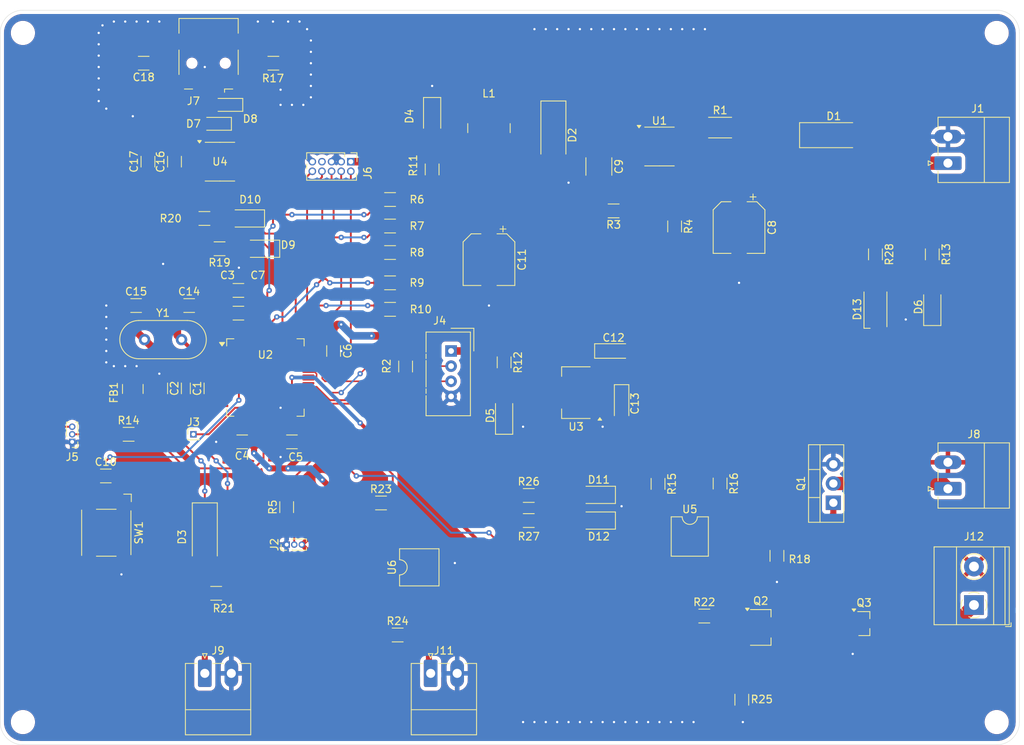
<source format=kicad_pcb>
(kicad_pcb (version 20241229) (generator "pcbnew") (generator_version "9.0")
  (layers (0 "F.Cu" signal) (2 "B.Cu" signal) (13 "F.Paste" user) (15 "B.Paste" user) (5 "F.SilkS" user "F.Silkscreen") (7 "B.SilkS" user "B.Silkscreen") (1 "F.Mask" user) (3 "B.Mask" user) (25 "Edge.Cuts" user))
  (net 0 "")
  (net 1 "+3.3V")
  (net 2 "GND")
  (net 3 "+5V")
  (net 4 "/OSC_IN")
  (net 5 "/OSC_OUT")
  (net 6 "+12V")
  (net 7 "Net-(D2-K)")
  (net 8 "Net-(D4-A)")
  (net 9 "Net-(D5-A)")
  (net 10 "Net-(D6-A)")
  (net 11 "USART2_TX_RX")
  (net 12 "USART3_RX")
  (net 13 "Net-(D9-A)")
  (net 14 "USART3_TX")
  (net 15 "Net-(D10-A)")
  (net 16 "Net-(J2-Pin_2)")
  (net 17 "TDO")
  (net 18 "RESET")
  (net 19 "TDI")
  (net 20 "TCLK")
  (net 21 "TMS")
  (net 22 "USART1_RX")
  (net 23 "USART1_TX")
  (net 24 "Net-(D1-A)")
  (net 25 "/BOOT0")
  (net 26 "LED_PB10")
  (net 27 "LED_PB11")
  (net 28 "/PC4_MY_BOOT")
  (net 29 "PB13")
  (net 30 "PB12")
  (net 32 "PWM_MOSFET")
  (net 33 "Net-(U2-VDDA)")
  (net 34 "Net-(U1-TC)")
  (net 35 "Net-(U2-NRST)")
  (net 36 "Net-(J7-Shield)")
  (net 37 "Net-(D3-K)")
  (net 38 "Net-(D7-A2)")
  (net 39 "Net-(D8-A2)")
  (net 40 "Net-(D11-A)")
  (net 41 "Net-(D12-A)")
  (net 42 "Net-(J3-Pin_1)")
  (net 43 "Net-(J5-Pin_2)")
  (net 47 "Net-(J8-Pin_1)")
  (net 48 "Net-(J11-Pin_1)")
  (net 49 "Net-(Q1-G)")
  (net 50 "Net-(Q2-B)")
  (net 51 "Net-(Q2-E)")
  (net 52 "Net-(U1-DC)")
  (net 53 "Net-(U1-Vfb)")
  (net 54 "Net-(R15-Pad2)")
  (net 55 "Net-(R16-Pad2)")
  (net 56 "Net-(R24-Pad2)")
  (net 85 "Net-(D13-A)")
  (net 86 "Net-(J12-Pin_2)")
  (footprint "Package_TO_SOT_SMD:SOT-23_Handsoldering" (layer "F.Cu") (at 214 122.5)
    (property "Reference" "Q3")
    (property "Value" "AO3400A")
  )
  (footprint "Capacitor_SMD:C_1206_3216Metric_Pad1.33x1.80mm_HandSolder" (layer "F.Cu") (at 118.9375 48.5 180)
    (property "Reference" "C18")
    (property "Value" "100n")
  )
  (footprint "LED_SMD:LED_1206_3216Metric" (layer "F.Cu") (at 132.6 69 180)
    (property "Reference" "D10")
    (property "Value" "LED_yellow" (hide yes))
  )
  (footprint "Resistor_SMD:R_1206_3216Metric_Pad1.30x1.75mm_HandSolder" (layer "F.Cu") (at 151.45 73.5 180)
    (property "Reference" "R8")
    (property "Value" "10k")
  )
  (footprint "LED_SMD:LED_1206_3216Metric" (layer "F.Cu") (at 178.9 105.5 180)
    (property "Reference" "D11")
    (property "Value" "LED_orange" (hide yes))
  )
  (footprint "LED_SMD:LED_1206_3216Metric_Pad1.42x1.75mm_HandSolder" (layer "F.Cu") (at 223 80.6775 90)
    (property "Reference" "D6")
    (property "Value" "LED_blue")
  )
  (footprint "Connector_Phoenix_MC:PhoenixContact_MC_1,5_2-G-3.5_1x02_P3.50mm_Horizontal" (layer "F.Cu") (at 127 129.0675)
    (property "Reference" "J9")
    (property "Value" "iButton" (hide yes))
  )
  (footprint "Crystal:Crystal_HC49-4H_Vertical" (layer "F.Cu") (at 119.05 85)
    (property "Reference" "Y1")
    (property "Value" "8M")
  )
  (footprint "Capacitor_Tantalum_SMD:CP_EIA-3216-12_Kemet-S_HandSolder" (layer "F.Cu") (at 182 93.44 -90)
    (property "Reference" "C13")
    (property "Value" "22u")
  )
  (footprint "MountingHole:MountingHole_2.7mm_M2.5_ISO14580" (layer "F.Cu") (at 231.5 44.5)
    (property "Reference" "H2" (hide yes))
    (property "Value" "MountingHole" (hide yes))
  )
  (footprint "Capacitor_SMD:C_1206_3216Metric_Pad1.33x1.80mm_HandSolder" (layer "F.Cu") (at 123 61.5 90)
    (property "Reference" "C16")
    (property "Value" "100n")
  )
  (footprint "MountingHole:MountingHole_2.7mm_M2.5_ISO14580" (layer "F.Cu") (at 231.5 135.5)
    (property "Reference" "H1" (hide yes))
    (property "Value" "MountingHole" (hide yes))
  )
  (footprint "Resistor_SMD:R_1206_3216Metric_Pad1.30x1.75mm_HandSolder" (layer "F.Cu") (at 128.5 118.5 180)
    (property "Reference" "R21")
    (property "Value" "10k")
  )
  (footprint "Connector_Phoenix_MC:PhoenixContact_MC_1,5_2-G-3.5_1x02_P3.50mm_Horizontal" (layer "F.Cu") (at 225.0675 104.695 90)
    (property "Reference" "J8")
    (property "Value" "Magnet" (hide yes))
  )
  (footprint "Diode_SMD:D_SMA_Handsoldering" (layer "F.Cu") (at 173 58 -90)
    (property "Reference" "D2")
    (property "Value" "B340LA-13-F")
  )
  (footprint "Resistor_SMD:R_1206_3216Metric_Pad1.30x1.75mm_HandSolder" (layer "F.Cu") (at 153.5 88.55 -90)
    (property "Reference" "R2")
    (property "Value" "10k")
  )
  (footprint "LED_SMD:LED_1206_3216Metric" (layer "F.Cu") (at 178.9 108.89 180)
    (property "Reference" "D12")
    (property "Value" "LED_yellow" (hide yes))
  )
  (footprint "LED_SMD:LED_1206_3216Metric_Pad1.42x1.75mm_HandSolder" (layer "F.Cu") (at 166.5 95.0375 90)
    (property "Reference" "D5")
    (property "Value" "LED_green")
  )
  (footprint "Resistor_SMD:R_1206_3216Metric_Pad1.30x1.75mm_HandSolder" (layer "F.Cu") (at 150.255 106.5675)
    (property "Reference" "R23")
    (property "Value" "1.2k")
  )
  (footprint "Capacitor_SMD:C_1206_3216Metric_Pad1.33x1.80mm_HandSolder" (layer "F.Cu") (at 123 91.4375 90)
    (property "Reference" "C2")
    (property "Value" "1u")
  )
  (footprint "Connector_Phoenix_MC:PhoenixContact_MC_1,5_2-G-3.5_1x02_P3.50mm_Horizontal" (layer "F.Cu") (at 156.805 129.0675)
    (property "Reference" "J11")
    (property "Value" "Button" (hide yes))
  )
  (footprint "Capacitor_SMD:C_1206_3216Metric_Pad1.33x1.80mm_HandSolder" (layer "F.Cu") (at 117.9375 80.5)
    (property "Reference" "C15")
    (property "Value" "15p")
  )
  (footprint "Capacitor_SMD:C_1206_3216Metric_Pad1.33x1.80mm_HandSolder" (layer "F.Cu") (at 138.5 98.5 180)
    (property "Reference" "C5")
    (property "Value" "100n")
  )
  (footprint "Capacitor_Tantalum_SMD:CP_EIA-3216-12_Kemet-S_HandSolder" (layer "F.Cu") (at 180.94 86.5)
    (property "Reference" "C12")
    (property "Value" "10u")
  )
  (footprint "Diode_SMD:D_SOD-323_HandSoldering" (layer "F.Cu") (at 130 54 180)
    (property "Reference" "D8")
    (property "Value" "CDSOD323-T03C" (hide yes))
  )
  (footprint "Package_DIP:SMDIP-4_W7.62mm" (layer "F.Cu") (at 191 111)
    (property "Reference" "U5")
    (property "Value" "PC817")
  )
  (footprint "Resistor_SMD:R_1206_3216Metric_Pad1.30x1.75mm_HandSolder" (layer "F.Cu") (at 180.95 68 180)
    (property "Reference" "R3")
    (property "Value" "4.920k")
  )
  (footprint "Resistor_SMD:R_1206_3216Metric_Pad1.30x1.75mm_HandSolder" (layer "F.Cu") (at 169.75 108.89)
    (property "Reference" "R27")
    (property "Value" "70" (hide yes))
  )
  (footprint "Resistor_SMD:R_1206_3216Metric_Pad1.30x1.75mm_HandSolder" (layer "F.Cu") (at 116.95 97.5)
    (property "Reference" "R14")
    (property "Value" "10k")
  )
  (footprint "Inductor_SMD:L_TracoPower_TCK-047_5.2x5.8mm" (layer "F.Cu") (at 164.5 57.07 -90)
    (property "Reference" "L1")
    (property "Value" "3.85u CDSP43-4R7M")
  )
  (footprint "Capacitor_SMD:C_1812_4532Metric_Pad1.57x3.40mm_HandSolder" (layer "F.Cu") (at 179 62.1375 -90)
    (property "Reference" "C9")
    (property "Value" "40n")
  )
  (footprint "LED_SMD:LED_Everlight-SMD3528_3.5x2.8mm_67-21ST" (layer "F.Cu") (at 215.5 81 90)
    (property "Reference" "D13")
    (property "Value" "EXPERIMENT")
  )
  (footprint "TerminalBlock_Phoenix:TerminalBlock_Phoenix_MKDS-1,5-2-5.08_1x02_P5.08mm_Horizontal" (layer "F.Cu") (at 228.5 120.045 90)
    (property "Reference" "J12")
    (property "Value" "Load")
  )
  (footprint "Resistor_SMD:R_1206_3216Metric_Pad1.30x1.75mm_HandSolder" (layer "F.Cu") (at 152.45 124)
    (property "Reference" "R24")
    (property "Value" "100")
  )
  (footprint "MountingHole:MountingHole_2.7mm_M2.5_ISO14580" (layer "F.Cu") (at 103 135.5)
    (property "Reference" "H4" (hide yes))
    (property "Value" "MountingHole" (hide yes))
  )
  (footprint "Resistor_SMD:R_1206_3216Metric_Pad1.30x1.75mm_HandSolder" (layer "F.Cu") (at 157 62.525 90)
    (property "Reference" "R11")
    (property "Value" "70")
  )
  (footprint "Capacitor_SMD:C_1206_3216Metric_Pad1.33x1.80mm_HandSolder" (layer "F.Cu") (at 113.9375 103)
    (property "Reference" "C10")
    (property "Value" "100n")
  )
  (footprint "Connector_Phoenix_MC:PhoenixContact_MC_1,5_2-G-3.5_1x02_P3.50mm_Horizontal" (layer "F.Cu") (at 225.0675 61.695 90)
    (property "Reference" "J1")
    (property "Value" "12Vin")
  )
  (footprint "Capacitor_SMD:C_1206_3216Metric_Pad1.33x1.80mm_HandSolder" (layer "F.Cu") (at 126 91.4375 90)
    (property "Reference" "C1")
    (property "Value" "10n")
  )
  (footprint "Resistor_SMD:R_1206_3216Metric_Pad1.30x1.75mm_HandSolder" (layer "F.Cu") (at 128.95 73 180)
    (property "Reference" "R19")
    (property "Value" "1k" (hide yes))
  )
  (footprint "Button_Switch_SMD:SW_SPST_Omron_B3FS-100xP" (layer "F.Cu") (at 114 110.5 -90)
    (property "Reference" "SW1")
    (property "Value" "RESET")
  )
  (footprint "Resistor_SMD:R_1206_3216Metric_Pad1.30x1.75mm_HandSolder" (layer "F.Cu") (at 166.5 88 -90)
    (property "Reference" "R12")
    (property "Value" "160")
  )
  (footprint "Capacitor_SMD:C_1206_3216Metric_Pad1.33x1.80mm_HandSolder" (layer "F.Cu") (at 131.9375 98.5 180)
    (property "Reference" "C4")
    (property "Value" "100n")
  )
  (footprint "Connector_USB:USB_Mini-B_Lumberg_2486_01_Horizontal" (layer "F.Cu") (at 127.5 48.5 180)
    (property "Reference" "J7")
    (property "Value" "USB_B_MINI")
  )
  (footprint "Capacitor_SMD:CP_Elec_6.3x5.4" (layer "F.Cu") (at 164.5 74.44 -90)
    (property "Reference" "C11")
    (property "Value" "33u")
  )
  (footprint "Resistor_SMD:R_1206_3216Metric_Pad1.30x1.75mm_HandSolder" (layer "F.Cu") (at 151.45 66.5 180)
    (property "Reference" "R6")
    (property "Value" "10k")
  )
  (footprint "Resistor_SMD:R_1206_3216Metric_Pad1.30x1.75mm_HandSolder" (layer "F.Cu") (at 215.5 73.74 -90)
    (property "Reference" "R28")
    (property "Value" "170")
  )
  (footprint "Resistor_SMD:R_1206_3216Metric_Pad1.30x1.75mm_HandSolder" (layer "F.Cu") (at 192.9125 121.5)
    (property "Reference" "R22")
    (property "Value" "16k")
  )
  (footprint "Capacitor_SMD:C_1206_3216Metric_Pad1.33x1.80mm_HandSolder" (layer "F.Cu") (at 144 86.5 -90)
    (property "Reference" "C6")
    (property "Value" "100n" (hide yes))
  )
  (footprint "Resistor_SMD:R_1206_3216Metric_Pad1.30x1.75mm_HandSolder" (layer "F.Cu") (at 169.75 105.58)
    (property "Reference" "R26")
    (property "Value" "80" (hide yes))
  )
  (footprint "Resistor_SMD:R_1206_3216Metric_Pad1.30x1.75mm_HandSolder" (layer "F.Cu") (at 151.45 81 180)
    (property "Reference" "R10")
    (property "Value" "10k")
  )
  (footprint "Diode_SMD:D_SOD-323_HandSoldering" (layer "F.Cu") (at 128.5 56.5 180)
    (property "Reference" "D7")
    (property "Value" "CDSOD323-T03C" (hide yes))
  )
  (footprint "Capacitor_SMD:C_1206_3216Metric_Pad1.33x1.80mm_HandSolder" (layer "F.Cu") (at 124.9375 80.5)
    (property "Reference" "C14")
    (property "Value" "15p")
  )
  (footprint "LED_SMD:LED_1206_3216Metric" (layer "F.Cu") (at 134.6 73 180)
    (property "Reference" "D9")
    (property "Value" "LED_orange" (hide yes))
  )
  (footprint "Resistor_SMD:R_1206_3216Metric_Pad1.30x1.75mm_HandSolder" (layer "F.Cu") (at 136.05 48.5 180)
    (property "Reference" "R17")
    (property "Value" "1M")
  )
  (footprint "Package_TO_SOT_SMD:SOT-89-3_Handsoldering" (layer "F.Cu") (at 200.3625 123)
    (property "Reference" "Q2")
    (property "Value" "BCX56")
  )
  (footprint "Resistor_SMD:R_1206_3216Metric_Pad1.30x1.75mm_HandSolder" (layer "F.Cu") (at 195 104 -90)
    (property "Reference" "R16")
    (property "Value" "1.2k")
  )
  (footprint "Package_TO_SOT_THT:TO-220-3_Vertical" (layer "F.Cu") (at 209.945 106.54 90)
    (property "Reference" "Q1")
    (property "Value" "IRF740")
  )
  (footprint "Resistor_SMD:R_1206_3216Metric_Pad1.30x1.75mm_HandSolder" (layer "F.Cu") (at 197.8625 132.55 -90)
    (property "Reference" "R25")
    (property "Value" "100k")
  )
  (footprint "Capacitor_SMD:C_1206_3216Metric_Pad1.33x1.80mm_HandSolder" (layer "F.Cu") (at 131.4375 81.5)
    (property "Reference" "C7")
    (property "Value" "100n")
  )
  (footprint "Package_SO:SO-8_3.9x4.9mm_P1.27mm" (layer "F.Cu") (at 187 59.5)
    (property "Reference" "U1")
    (property "Value" "MC33063AD")
  )
  (footprint "Resistor_SMD:R_2010_5025Metric_Pad1.40x2.65mm_HandSolder" (layer "F.Cu") (at 195 57)
    (property "Reference" "R1")
    (property "Value" "0.15")
  )
  (footprint "Inductor_SMD:L_1210_3225Metric_Pad1.42x2.65mm_HandSolder" (layer "F.Cu") (at 117.5 91.5125 90)
    (property "Reference" "FB1")
    (property "Value" "BMH3225HM202NT" (hide yes))
  )
  (footprint "Resistor_SMD:R_1206_3216Metric_Pad1.30x1.75mm_HandSolder" (layer "F.Cu") (at 151.45 77.5 180)
    (property "Reference" "R9")
    (property "Value" "10k")
  )
  (footprint "MountingHole:MountingHole_2.7mm_M2.5_ISO14580" (layer "F.Cu") (at 103 44.5)
    (property "Reference" "H3" (hide yes))
    (property "Value" "MountingHole" (hide yes))
  )
  (footprint "Connector:NS-Tech_Grove_1x04_P2mm_Vertical" (layer "F.Cu") (at 159.5 86.5)
    (property "Reference" "J4")
    (property "Value" "BOOTLOADER_UART" (hide yes))
  )
  (footprint "Connector_PinHeader_1.00mm:PinHeader_1x03_P1.00mm_Vertical" (layer "F.Cu") (at 109.5 98.5 180)
    (property "Reference" "J5")
    (property "Value" "MY_BOOT_JUMP" (hide yes))
  )
  (footprint "Resistor_SMD:R_1206_3216Metric_Pad1.30x1.75mm_HandSolder" (layer "F.Cu") (at 202.5 113.55 -90)
    (property "Reference" "R18")
    (property "Value" "100k")
  )
  (footprint "Diode_SMD:D_SMA_Handsoldering" (layer "F.Cu") (at 210 58)
    (property "Reference" "D1")
    (property "Value" "SS510")
  )
  (footprint "Diode_SMD:D_SMA_Handsoldering" (layer "F.Cu") (at 127 111.0675 -90)
    (property "Reference" "D3")
    (property "Value" "B340LA-13-F" (hide yes))
  )
  (footprint "Resistor_SMD:R_1206_3216Metric_Pad1.30x1.75mm_HandSolder" (layer "F.Cu") (at 126.95 69 180)
    (property "Reference" "R20")
    (property "Value" "1k" (hide yes))
  )
  (footprint "LED_SMD:LED_1206_3216Metric_Pad1.42x1.75mm_HandSolder" (layer "F.Cu") (at 157 55.4875 -90)
    (property "Reference" "D4")
    (property "Value" "LED_red")
  )
  (footprint "Package_QFP:LQFP-64_10x10mm_P0.5mm" (layer "F.Cu") (at 135 90)
    (property "Reference" "U2")
    (property "Value" "STM32F103RETx")
  )
  (footprint "Capacitor_SMD:C_1206_3216Metric_Pad1.33x1.80mm_HandSolder" (layer "F.Cu") (at 119.5 61.5 90)
    (property "Reference" "C17")
    (property "Value" "100n")
  )
  (footprint "Capacitor_SMD:C_1206_3216Metric_Pad1.33x1.80mm_HandSolder" (layer "F.Cu") (at 131.4375 78.5)
    (property "Reference" "C3")
    (property "Value" "4.7u")
  )
  (footprint "Package_DIP:SMDIP-4_W7.62mm" (layer "F.Cu") (at 155.305 115.0675 90)
    (property "Reference" "U6")
    (property "Value" "PC817")
  )
  (footprint "Connector_PinHeader_1.27mm:PinHeader_2x05_P1.27mm_Vertical" (layer "F.Cu") (at 146.27 61.5 -90)
    (property "Reference" "J6")
    (property "Value" "ARM_JTAG" (hide yes))
  )
  (footprint "Resistor_SMD:R_1206_3216Metric_Pad1.30x1.75mm_HandSolder" (layer "F.Cu") (at 151.45 70 180)
    (property "Reference" "R7")
    (property "Value" "10k")
  )
  (footprint "Package_TO_SOT_SMD:SOT-223-3_TabPin2" (layer "F.Cu") (at 176 92 180)
    (property "Reference" "U3")
    (property "Value" "AMS1117-3.3" (hide yes))
  )
  (footprint "Resistor_SMD:R_1206_3216Metric_Pad1.30x1.75mm_HandSolder" (layer "F.Cu") (at 223 73.74 -90)
    (property "Reference" "R13")
    (property "Value" "170")
  )
  (footprint "Connector_PinHeader_1.00mm:PinHeader_1x03_P1.00mm_Vertical" (layer "F.Cu") (at 137.805 112.0675 90)
    (property "Reference" "J2")
    (property "Value" "SYSTEM_BOOT_JUMP" (hide yes))
  )
  (footprint "Resistor_SMD:R_1206_3216Metric_Pad1.30x1.75mm_HandSolder" (layer "F.Cu") (at 189 70.05 -90)
    (property "Reference" "R4")
    (property "Value" "3k")
  )
  (footprint "Resistor_SMD:R_1206_3216Metric_Pad1.30x1.75mm_HandSolder" (layer "F.Cu") (at 186.81 104.05 -90)
    (property "Reference" "R15")
    (property "Value" "600")
  )
  (footprint "Capacitor_SMD:CP_Elec_6.3x5.4" (layer "F.Cu") (at 197.5 70.2 -90)
    (property "Reference" "C8")
    (property "Value" "100u")
  )
  (footprint "Package_SO:SOP-8_3.9x4.9mm_P1.27mm" (layer "F.Cu") (at 129 61.5)
    (property "Reference" "U4")
    (property "Value" "CH340N" (hide yes))
  )
  (footprint "Connector_PinHeader_1.00mm:PinHeader_1x01_P1.00mm_Vertical" (layer "F.Cu") (at 125.5 97.5)
    (property "Reference" "J3")
    (property "Value" "ADC_PIN")
  )
  (footprint "Resistor_SMD:R_1206_3216Metric_Pad1.30x1.75mm_HandSolder" (layer "F.Cu") (at 137.805 107.1175 90)
    (property "Reference" "R5")
    (property "Value" "10k")
  )
  (gr_arc (start 231.5 41.5) (mid 233.62132 42.37868) (end 234.5 44.5) (stroke (width 0.05)) (layer "Edge.Cuts"))
  (gr_line (start 100 44.5) (end 100 135.5) (stroke (width 0.05)) (layer "Edge.Cuts"))
  (gr_line (start 231.5 138.5) (end 103 138.5) (stroke (width 0.05)) (layer "Edge.Cuts"))
  (gr_line (start 234.5 135.5) (end 234.5 44.5) (stroke (width 0.05)) (layer "Edge.Cuts"))
  (gr_arc (start 103 138.5) (mid 100.87868 137.62132) (end 100 135.5) (stroke (width 0.05)) (layer "Edge.Cuts"))
  (gr_line (start 231.5 41.5) (end 103 41.5) (stroke (width 0.05)) (layer "Edge.Cuts"))
  (gr_arc (start 234.5 135.5) (mid 233.62132 137.62132) (end 231.5 138.5) (stroke (width 0.05)) (layer "Edge.Cuts"))
  (gr_arc (start 100 44.5) (mid 100.87868 42.37868) (end 103 41.5) (stroke (width 0.05)) (layer "Edge.Cuts"))
  (segment (start 133.5 98.5) (end 133.5 100) (width 0.8) (layer "F.Cu") (net 1))
  (segment (start 125.4 71) (end 127.4 73) (width 1) (layer "F.Cu") (net 1))
  (segment (start 144.5 105.5) (end 145 105.5) (width 0.8) (layer "F.Cu") (net 1))
  (segment (start 130.03 65) (end 131.625 63.405) (width 0.5) (layer "F.Cu") (net 1))
  (segment (start 125.5 65) (end 130.03 65) (width 0.5) (layer "F.Cu") (net 1))
  (segment (start 127.4 73) (end 127.4 76.025) (width 1) (layer "F.Cu") (net 1))
  (segment (start 125.4 69) (end 125.4 71) (width 1) (layer "F.Cu") (net 1))
  (segment (start 105 98) (end 105 97) (width 1) (layer "F.Cu") (net 1))
  (segment (start 145 83) (end 144.5 83) (width 1) (layer "F.Cu") (net 1))
  (segment (start 132.25 95.675) (end 132.25 97.25) (width 0.25) (layer "F.Cu") (net 1))
  (segment (start 123.5625 63.0625) (end 125.5 65) (width 0.8) (layer "F.Cu") (net 1))
  (segment (start 129.325 86.25) (end 128.5 85.425) (width 0.25) (layer "F.Cu") (net 1))
  (segment (start 135.5 102) (end 138 102) (width 0.8) (layer "F.Cu") (net 1))
  (segment (start 105 97) (end 105 93) (width 1) (layer "F.Cu") (net 1))
  (segment (start 142 125) (end 142 126) (width 1) (layer "F.Cu") (net 1))
  (segment (start 130.05 118.5) (end 141 118.5) (width 1) (layer "F.Cu") (net 1))
  (segment (start 126 134) (end 105 113) (width 1) (layer "F.Cu") (net 1))
  (segment (start 125.5 68.9) (end 125.4 69) (width 1) (layer "F.Cu") (net 1))
  (segment (start 129.875 81.875) (end 129.875 81.5) (width 0.25) (layer "F.Cu") (net 1))
  (segment (start 140.0625 98.5) (end 140.0625 99.9375) (width 0.8) (layer "F.Cu") (net 1))
  (segment (start 142 126) (end 134 134) (width 1) (layer "F.Cu") (net 1))
  (segment (start 141.25 86.25) (end 142.5625 84.9375) (width 0.25) (layer "F.Cu") (net 1))
  (segment (start 153.5 84.5) (end 154.5 83.5) (width 1) (layer "F.Cu") (net 1))
  (segment (start 105 74) (end 115.9375 63.0625) (width 1) (layer "F.Cu") (net 1))
  (segment (start 123 63.0625) (end 123.5625 63.0625) (width 0.8) (layer "F.Cu") (net 1))
  (segment (start 134 134) (end 126 134) (width 1) (layer "F.Cu") (net 1))
  (segment (start 142.5 103.5) (end 144.5 105.5) (width 0.8) (layer "F.Cu") (net 1))
  (segment (start 140.0625 99.9375) (end 138 102) (width 0.8) (layer "F.Cu") (net 1))
  (segment (start 140 99) (end 140 98) (width 0.25) (layer "F.Cu") (net 1))
  (segment (start 127.4 76.025) (end 129.875 78.5) (width 1) (layer "F.Cu") (net 1))
  (segment (start 140 98) (end 138.75 96.75) (width 0.25) (layer "F.Cu") (net 1))
  (segment (start 132.25 97.25) (end 133.5 98.5) (width 0.25) (layer "F.Cu") (net 1))
  (segment (start 144 83.5) (end 144 84.9375) (width 1) (layer "F.Cu") (net 1))
  (segment (start 129.875 78.5) (end 129.875 81.5) (width 0.8) (layer "F.Cu") (net 1))
  (segment (start 105.5 96.5) (end 109.5 96.5) (width 0.25) (layer "F.Cu") (net 1))
  (segment (start 144.5 83) (end 144 83.5) (width 1) (layer "F.Cu") (net 1))
  (segment (start 108 90) (end 111 90) (width 1) (layer "F.Cu") (net 1))
  (segment (start 105 97) (end 105.5 96.5) (width 0.25) (layer "F.Cu") (net 1))
  (segment (start 140.675 86.25) (end 141.25 86.25) (width 0.25) (layer "F.Cu") (net 1))
  (segment (start 131.25 83.25) (end 129.875 81.875) (width 0.25) (layer "F.Cu") (net 1))
  (segment (start 131.25 84.325) (end 131.25 83.25) (width 0.25) (layer "F.Cu") (net 1))
  (segment (start 149 84.5) (end 153.5 84.5) (width 1) (layer "F.Cu") (net 1))
  (segment (start 179.15 92) (end 182 92) (width 1.760194) (layer "F.Cu") (net 1))
  (segment (start 111 90) (end 111.025 90.025) (width 1) (layer "F.Cu") (net 1))
  (segment (start 119.5 63.0625) (end 123 63.0625) (width 1) (layer "F.Cu") (net 1))
  (segment (start 142.5625 84.9375) (end 144 84.9375) (width 0.25) (layer "F.Cu") (net 1))
  (segment (start 146.27 61.5) (end 152.5 61.5) (width 1) (layer "F.Cu") (net 1))
  (segment (start 143.5625 84.9375) (end 144 84.9375) (width 0.2) (layer "F.Cu") (net 1))
  (segment (start 125.5 65) (end 125.5 68.9) (width 1) (layer "F.Cu") (net 1))
  (segment (start 128.5 82.875) (end 129.875 81.5) (width 0.25) (layer "F.Cu") (net 1))
  (segment (start 105 113) (end 105 98) (width 1) (layer "F.Cu") (net 1))
  (segment (start 105 93) (end 105 74) (width 1) (layer "F.Cu") (net 1))
  (segment (start 111.025 90.025) (end 117.5 90.025) (width 1) (layer "F.Cu") (net 1))
  (segment (start 115.9375 63.0625) (end 119.5 63.0625) (width 1) (layer "F.Cu") (net 1))
  (segment (start 128.5 85.425) (end 128.5 82.875) (width 0.25) (layer "F.Cu") (net 1))
  (segment (start 138.75 96.75) (end 138.75 95.675) (width 0.25) (layer "F.Cu") (net 1))
  (segment (start 105 93) (end 108 90) (width 1) (layer "F.Cu") (net 1))
  (via (at 145 83) (size 0.7) (drill 0.3) (layers "F.Cu" "B.Cu") (net 1))
  (via (at 142.5 103.5) (size 0.7) (drill 0.3) (layers "F.Cu" "B.Cu") (net 1))
  (via (at 138 102) (size 0.7) (drill 0.3) (layers "F.Cu" "B.Cu") (net 1))
  (via (at 135.5 102) (size 0.7) (drill 0.3) (layers "F.Cu" "B.Cu") (net 1))
  (via (at 133.5 100) (size 0.7) (drill 0.3) (layers "F.Cu" "B.Cu") (net 1))
  (via (at 149 84.5) (size 0.7) (drill 0.3) (layers "F.Cu" "B.Cu") (net 1))
  (segment (start 133.5 100) (end 135.5 102) (width 0.8) (layer "B.Cu") (net 1))
  (segment (start 149 84.5) (end 146.5 84.5) (width 1) (layer "B.Cu") (net 1))
  (segment (start 146.5 84.5) (end 145 83) (width 1) (layer "B.Cu") (net 1))
  (segment (start 141 102) (end 142.5 103.5) (width 0.8) (layer "B.Cu") (net 1))
  (segment (start 138 102) (end 141 102) (width 0.8) (layer "B.Cu") (net 1))
  (segment (start 157 54) (end 157 51.5) (width 0.8) (layer "F.Cu") (net 2))
  (segment (start 125.9 51.2) (end 125.9 50.1) (width 0.25) (layer "F.Cu") (net 2))
  (segment (start 222.825 82.34) (end 223 82.165) (width 0.8) (layer "F.Cu") (net 2))
  (segment (start 123 89.875) (end 126 89.875) (width 0.8) (layer "F.Cu") (net 2))
  (segment (start 131.25 54) (end 135 54) (width 0.5) (layer "F.Cu") (net 2))
  (segment (start 182.38 86.5) (end 184 86.5) (width 0.8) (layer "F.Cu") (net 2))
  (segment (start 116 49) (end 116.5 48.5) (width 0.5) (layer "F.Cu") (net 2))
  (segment (start 116.25 103.75) (end 115.5 103) (width 0.8) (layer "F.Cu") (net 2))
  (segment (start 144 88.5625) (end 142.1875 86.75) (width 0.25) (layer "F.Cu") (net 2))
  (segment (start 126.5 78) (end 123.5 75) (width 0.5) (layer "F.Cu") (net 2))
  (segment (start 187 89.5) (end 187 94.5) (width 0.8) (layer "F.Cu") (net 2))
  (segment (start 130.03 58) (end 130 58) (width 0.5) (layer "F.Cu") (net 2))
  (segment (start 130 58) (end 130 56.75) (width 0.5) (layer "F.Cu") (net 2))
  (segment (start 126.5 80.5) (end 126.5 78) (width 0.5) (layer "F.Cu") (net 2))
  (segment (start 131.75 96.75) (end 130.375 98.125) (width 0.25) (layer "F.Cu") (net 2))
  (segment (start 173 62.5) (end 173 60.5) (width 0.8) (layer "F.Cu") (net 2))
  (segment (start 116.25 114.5) (end 116.25 115.75) (width 0.8) (layer "F.Cu") (net 2))
  (segment (start 138.25 94.900001) (end 137.349999 94) (width 0.25) (layer "F.Cu") (net 2))
  (segment (start 123 59.9375) (end 123 59.5) (width 0.5) (layer "F.Cu") (net 2))
  (segment (start 137.349999 94) (end 137 94) (width 0.25) (layer "F.Cu") (net 2))
  (segment (start 116 54) (end 116 49) (width 0.5) (layer "F.Cu") (net 2))
  (segment (start 164.5 80.5) (end 164.5 77.24) (width 0.8) (layer "F.Cu") (net 2))
  (segment (start 116.5 48.5) (end 117.375 48.5) (width 0.5) (layer "F.Cu") (net 2))
  (segment (start 129.75 56.5) (end 130 56.5) (width 0.5) (layer "F.Cu") (net 2))
  (segment (start 181.42 94.3) (end 182 94.88) (width 1.760194) (layer "F.Cu") (net 2))
  (segment (start 126.605822 89.875) (end 126 89.875) (width 0.25) (layer "F.Cu") (net 2))
  (segment (start 175 64.275) (end 174.775 64.275) (width 0.8) (layer "F.Cu") (net 2))
  (segment (start 179.15 94.3) (end 181.42 94.3) (width 1.760194) (layer "F.Cu") (net 2))
  (segment (start 120.5 75) (end 121.5 75) (width 0.5) (layer "F.Cu") (net 2))
  (segment (start 125.1975 62.135) (end 123 59.9375) (width 0.8) (layer "F.Cu") (net 2))
  (segment (start 133 77) (end 131.5 75.5) (width 0.8) (layer "F.Cu") (net 2))
  (segment (start 121 89.5) (end 122.625 89.5) (width 0.8) (layer "F.Cu") (net 2))
  (segment (start 179 64.275) (end 175 64.275) (width 0.8) (layer "F.Cu") (net 2))
  (segment (start 131.625 59.595) (end 130.03 58) (width 0.5) (layer "F.Cu") (net 2))
  (segment (start 137 98.5625) (end 136.9375 98.5) (width 0.8) (layer "F.Cu") (net 2))
  (segment (start 181.61 108.89) (end 182 108.5) (width 0.8) (layer "F.Cu") (net 2))
  (segment (start 116.25 115.75) (end 116 116) (width 0.8) (layer "F.Cu") (net 2))
  (segment (start 180.3 105.5) (end 181.5 105.5) (width 0.8) (layer "F.Cu") (net 2))
  (segment (start 123 59.9375) (end 119.5 59.9375) (width 0.8) (layer "F.Cu") (net 2))
  (segment (start 130 56.75) (end 129.75 56.5) (width 0.5) (layer "F.Cu") (net 2))
  (segment (start 196.1 71.6) (end 197.5 73) (width 0.8) (layer "F.Cu") (net 2))
  (segment (start 181.5 105.5) (end 182 106) (width 0.8) (layer "F.Cu") (net 2))
  (segment (start 179 64.275) (end 181.555 64.275) (width 0.8) (layer "F.Cu") (net 2))
  (segment (start 123.5 75) (end 121.5 75) (width 0.5) (layer "F.Cu") (net 2))
  (segment (start 182 106) (end 182 107) (width 0.8) (layer "F.Cu") (net 2))
  (segment (start 182 96) (end 182 94.88) (width 0.8) (layer "F.Cu") (net 2))
  (segment (start 132.230822 83) (end 132.5 83) (width 0.25) (layer "F.Cu") (net 2))
  (segment (start 123 59.5) (end 119 55.5) (width 0.5) (layer "F.Cu") (net 2))
  (segment (start 130 56.5) (end 131.25 55.25) (width 0.5) (layer "F.Cu") (net 2))
  (segment (start 138.25 96.75) (end 138.25 95.675) (width 0.25) (layer "F.Cu") (net 2))
  (segment (start 182 108.5) (end 182 107) (width 0.8) (layer "F.Cu") (net 2))
  (segment (start 189 71.6) (end 196.1 71.6) (width 0.8) (layer "F.Cu") (net 2))
  (segment (start 136.9375 100.4375) (end 137 100.5) (width 0.5) (layer "F.Cu") (net 2))
  (segment (start 116.25 106.5) (end 116.25 103.75) (width 0.8) (layer "F.Cu") (net 2))
  (segment (start 138 48.9) (end 137.6 48.5) (width 0.5) (layer "F.Cu") (net 2))
  (segment (start 133 78.5) (end 133 77) (width 0.8) (layer "F.Cu") (net 2))
  (segment (start 133 82.5) (end 133 81.5) (width 0.25) (layer "F.Cu") (net 2))
  (segment (start 133 78.5) (end 133 81.5) (width 0.8) (layer "F.Cu") (net 2))
  (segment (start 128.480822 91.75) (end 126.605822 89.875) (width 0.25) (layer "F.Cu") (net 2))
  (segment (start 131.75 84.325) (end 131.75 83.480822) (width 0.25) (layer "F.Cu") (net 2))
  (segment (start 130.375 98.125) (end 130.375 98.5) (width 0.25) (layer "F.Cu") (net 2))
  (segment (start 174.775 64.275) (end 173 62.5) (width 0.8) (layer "F.Cu") (net 2))
  (segment (start 197.8625 135.3625) (end 198 135.5) (width 1) (layer "F.Cu") (net 2))
  (segment (start 136.75 94.25) (end 137 94) (width 0.25) (layer "F.Cu") (net 2))
  (segment (start 158.5 114.5) (end 160 114.5) (width 1) (layer "F.Cu") (net 2))
  (segment (start 136.875 98.125) (end 138.25 96.75) (width 0.25) (layer "F.Cu") (net 2))
  (segment (start 126.375 62.135) (end 125.1975 62.135) (width 0.8) (layer "F.Cu") (net 2))
  (segment (start 166.5 96.525) (end 168.975 96.525) (width 0.8) (layer "F.Cu") (net 2))
  (segment (start 138 51) (end 138 48.9) (width 0.5) (layer "F.Cu") (net 2))
  (segment (start 119.5 76) (end 120.5 75) (width 0.5) (layer "F.Cu") (net 2))
  (segment (start 180.3 108.89) (end 181.61 108.89) (width 0.8) (layer "F.Cu") (net 2))
  (segment (start 138.25 95.675) (end 138.25 94.900001) (width 0.25) (layer "F.Cu") (net 2))
  (segment (start 135 54) (end 137 52) (width 0.5) (layer "F.Cu") (net 2))
  (segment (start 144 87.5) (end 145 86.5) (width 0.8) (layer "F.Cu") (net 2))
  (segment (start 181.555 64.275) (end 184.425 61.405) (width 0.8) (layer "F.Cu") (net 2))
  (segment (start 197.8625 134.1) (end 197.8625 135.3625) (width 1) (layer "F.Cu") (net 2))
  (segment (start 131.75 83.480822) (end 132.230822 83) (width 0.25) (layer "F.Cu") (net 2))
  (segment (start 215.5 82.34) (end 222.825 82.34) (width 0.8) (layer "F.Cu") (net 2))
  (segment (start 168.975 96.525) (end 169 96.5) (width 0.8) (layer "F.Cu") (net 2))
  (segment (start 122.625 89.5) (end 123 89.875) (width 0.8) (layer "F.Cu") (net 2))
  (segment (start 119.5 80.5) (end 119.5 76) (width 0.5) (layer "F.Cu") (net 2))
  (segment (start 125.9 50.1) (end 127 49) (width 0.25) (layer "F.Cu") (net 2))
  (segment (start 117.5 55.5) (end 116 54) (width 0.5) (layer "F.Cu") (net 2))
  (segment (start 169 96.5) (end 179.5 96.5) (width 0.8) (layer "F.Cu") (net 2))
  (segment (start 142.1875 86.75) (end 140.675 86.75) (width 0.25) (layer "F.Cu") (net 2))
  (segment (start 132.5 83) (end 133 82.5) (width 0.25) (layer "F.Cu") (net 2))
  (segment (start 137 52) (end 138 51) (width 0.5) (layer "F.Cu") (net 2))
  (segment (start 144 88.0625) (end 144 87.5) (width 0.8) (layer "F.Cu") (net 2))
  (segment (start 197.5 73) (end 197.5 77.5) (width 0.8) (layer "F.Cu") (net 2))
  (segment (start 131.25 55.25) (end 131.25 54) (width 0.5) (layer "F.Cu") (net 2))
  (segment (start 184 86.5) (end 187 89.5) (width 0.8) (layer "F.Cu") (net 2))
  (segment (start 187 94.5) (end 185 96.5) (width 0.8) (layer "F.Cu") (net 2))
  (segment (start 136.75 95.675) (end 136.75 94.25) (width 0.25) (layer "F.Cu") (net 2))
  (segment (start 181.5 96.5) (end 182 96) (width 0.8) (layer "F.Cu") (net 2))
  (segment (start 119 55.5) (end 117.5 55.5) (width 0.5) (layer "F.Cu") (net 2))
  (segment (start 129.325 91.75) (end 128.480822 91.75) (width 0.25) (layer "F.Cu") (net 2))
  (segment (start 156.575 112.575) (end 158.5 114.5) (width 1) (layer "F.Cu") (net 2))
  (segment (start 131.75 95.675) (end 131.75 96.75) (width 0.25) (layer "F.Cu") (net 2))
  (segment (start 137 100.5) (end 137 98.5625) (width 0.8) (layer "F.Cu") (net 2))
  (segment (start 136.875 99) (end 136.875 98.125) (width 0.25) (layer "F.Cu") (net 2))
  (segment (start 128.5 98.5) (end 130.375 98.5) (width 0.8) (layer "F.Cu") (net 2))
  (segment (start 116.25 114.5) (end 116.5 114.5) (width 0.8) (layer "F.Cu") (net 2))
  (segment (start 156.575 111.2575) (end 156.575 112.575) (width 1) (layer "F.Cu") (net 2))
  (segment (start 210 101.405) (end 209.945 101.46) (width 1.760194) (layer "F.Cu") (net 2))
  (segment (start 116.25 106.5) (end 116.25 114.5) (width 0.8) (layer "F.Cu") (net 2))
  (segment (start 212.5 123.45) (end 212.5 126.5) (width 1.760194) (layer "F.Cu") (net 2))
  (segment (start 179.5 96.5) (end 181.5 96.5) (width 0.8) (layer "F.Cu") (net 2))
  (segment (start 185 96.5) (end 181.5 96.5) (width 0.8) (layer "F.Cu") (net 2))
  (segment (start 202.5 117) (end 202.5 115.1) (width 0.8) (layer "F.Cu") (net 2))
  (via (at 131.5 75.5) (size 0.7) (drill 0.3) (layers "F.Cu" "B.Cu") (net 2))
  (via (at 169 96.5) (size 0.7) (drill 0.3) (layers "F.Cu" "B.Cu") (net 2))
  (via (at 118 88.5) (size 0.7) (drill 0.3) (layers "F.Cu" "B.Cu") (net 2))
  (via (at 175 135.5) (size 0.7) (drill 0.3) (layers "F.Cu" "B.Cu") (net 2))
  (via (at 191.5 44) (size 0.7) (drill 0.3) (layers "F.Cu" "B.Cu") (net 2))
  (via (at 170.5 135.5) (size 0.7) (drill 0.3) (layers "F.Cu" "B.Cu") (net 2))
  (via (at 113 47.5) (size 0.7) (drill 0.3) (layers "F.Cu" "B.Cu") (net 2))
  (via (at 190 135.5) (size 0.7) (drill 0.3) (layers "F.Cu" "B.Cu") (net 2))
  (via (at 185.5 44) (size 0.7) (drill 0.3) (layers "F.Cu" "B.Cu") (net 2))
  (via (at 188.5 44) (size 0.7) (drill 0.3) (layers "F.Cu" "B.Cu") (net 2))
  (via (at 172 44) (size 0.7) (drill 0.3) (layers "F.Cu" "B.Cu") (net 2))
  (via (at 172 135.5) (size 0.7) (drill 0.3) (layers "F.Cu" "B.Cu") (net 2))
  (via (at 114 86.5) (size 0.7) (drill 0.3) (layers "F.Cu" "B.Cu") (net 2))
  (via (at 179.5 44) (size 0.7) (drill 0.3) (layers "F.Cu" "B.Cu") (net 2))
  (via (at 121.5 75) (size 0.7) (drill 0.3) (layers "F.Cu" "B.Cu") (net 2))
  (via (at 176.5 44) (size 0.7) (drill 0.3) (layers "F.Cu" "B.Cu") (net 2))
  (via (at 114 82) (size 0.7) (drill 0.3) (layers "F.Cu" "B.Cu") (net 2))
  (via (at 137 100.5) (size 0.7) (drill 0.3) (layers "F.Cu" "B.Cu") (net 2))
  (via (at 219.5 82.34) (size 0.7) (drill 0.3) (layers "F.Cu" "B.Cu") (net 2))
  (via (at 141 45.5) (size 0.7) (drill 0.3) (layers "F.Cu" "B.Cu") (net 2))
  (via (at 113 50.5) (size 0.7) (drill 0.3) (layers "F.Cu" "B.Cu") (net 2))
  (via (at 116.5 88.5) (size 0.7) (drill 0.3) (layers "F.Cu" "B.Cu") (net 2))
  (via (at 138 43) (size 0.7) (drill 0.3) (layers "F.Cu" "B.Cu") (net 2))
  (via (at 141 47) (size 0.7) (drill 0.3) (layers "F.Cu" "B.Cu") (net 2))
  (via (at 178 44) (size 0.7) (drill 0.3) (layers "F.Cu" "B.Cu") (net 2))
  (via (at 115 43) (size 0.7) (drill 0.3) (layers "F.Cu" "B.Cu") (net 2))
  (via (at 182.5 44) (size 0.7) (drill 0.3) (layers "F.Cu" "B.Cu") (net 2))
  (via (at 141 53) (size 0.7) (drill 0.3) (layers "F.Cu" "B.Cu") (net 2))
  (via (at 193 44) (size 0.7) (drill 0.3) (layers "F.Cu" "B.Cu") (net 2))
  (via (at 179.5 135.5) (size 0.7) (drill 0.3) (layers "F.Cu" "B.Cu") (net 2))
  (via (at 114 88) (size 0.7) (drill 0.3) (layers "F.Cu" "B.Cu") (net 2))
  (via (at 175 44) (size 0.7) (drill 0.3) (layers "F.Cu" "B.Cu") (net 2))
  (via (at 173.5 135.5) (size 0.7) (drill 0.3) (layers "F.Cu" "B.Cu") (net 2))
  (via (at 182.5 135.5) (size 0.7) (drill 0.3) (layers "F.Cu" "B.Cu") (net 2))
  (via (at 141 50) (size 0.7) (drill 0.3) (layers "F.Cu" "B.Cu") (net 2))
  (via (at 140.5 44) (size 0.7) (drill 0.3) (layers "F.Cu" "B.Cu") (net 2))
  (via (at 113 52) (size 0.7) (drill 0.3) (layers "F.Cu" "B.Cu") (net 2))
  (via (at 202.5 117) (size 0.7) (drill 0.3) (layers "F.Cu" "B.Cu") (net 2))
  (via (at 121 89.5) (size 0.7) (drill 0.3) (layers "F.Cu" "B.Cu") (net 2))
  (via (at 175 64.275) (size 0.7) (drill 0.3) (layers "F.Cu" "B.Cu") (net 2))
  (via (at 212.5 126.5) (size 0.7) (drill 0.3) (layers "F.Cu" "B.Cu") (net 2))
  (via (at 157 51.5) (size 0.7) (drill 0.3) (layers "F.Cu" "B.Cu") (net 2))
  (via (at 169 135.5) (size 0.7) (drill 0.3) (layers "F.Cu" "B.Cu") (net 2))
  (via (at 114 83.5) (size 0.7) (drill 0.3) (layers "F.Cu" "B.Cu") (net 2))
  (via (at 114 54.5) (size 0.7) (drill 0.3) (layers "F.Cu" "B.Cu") (net 2))
  (via (at 137 54) (size 0.7) (drill 0.3) (layers "F.Cu" "B.Cu") (net 2))
  (via (at 127 49) (size 0.7) (drill 0.3) (layers "F.Cu" "B.Cu") (net 2))
  (via (at 181 135.5) (size 0.7) (drill 0.3) (layers "F.Cu" "B.Cu") (net 2))
  (via (at 113 46) (size 0.7) (drill 0.3) (layers "F.Cu" "B.Cu") (net 2))
  (via (at 179.5 96.5) (size 0.7) (drill 0.3) (layers "F.Cu" "B.Cu") (net 2))
  (via (at 187 44) (size 0.7) (drill 0.3) (layers "F.Cu" "B.Cu") (net 2))
  (via (at 116 116) (size 0.7) (drill 0.3) (layers "F.Cu" "B.Cu") (net 2))
  (via (at 137 52) (size 0.7) (drill 0.3) (layers "F.Cu" "B.Cu") (net 2))
  (via (at 117.5 55.5) (size 0.7) (drill 0.3) (layers "F.Cu" "B.Cu") (net 2))
  (via (at 116.5 43) (size 0.7) (drill 0.3) (layers "F.Cu" "B.Cu") (net 2))
  (via (at 114 80.5) (size 0.7) (drill 0.3) (layers "F.Cu" "B.Cu") (net 2))
  (via (at 119.5 43) (size 0.7) (drill 0.3) (layers "F.Cu" "B.Cu") (net 2))
  (via (at 176.5 135.5) (size 0.7) (drill 0.3) (layers "F.Cu" "B.Cu") (net 2))
  (via (at 184 44) (size 0.7) (drill 0.3) (layers "F.Cu" "B.Cu") (net 2))
  (via (at 178 135.5) (size 0.7) (drill 0.3) (layers "F.Cu" "B.Cu") (net 2))
  (via (at 138.5 54) (size 0.7) (drill 0.3) (layers "F.Cu" "B.Cu") (net 2))
  (via (at 140 54) (size 0.7) (drill 0.3) (layers "F.Cu" "B.Cu") (net 2))
  (via (at 136 43) (size 0.7) (drill 0.3) (layers "F.Cu" "B.Cu") (net 2))
  (via (at 114 85) (size 0.7) (drill 0.3) (layers "F.Cu" "B.Cu") (net 2))
  (via (at 113.5 43.5) (size 0.7) (drill 0.3) (layers "F.Cu" "B.Cu") (net 2))
  (via (at 139.5 43) (size 0.7) (drill 0.3) (layers "F.Cu" "B.Cu") (net 2))
  (via (at 121 43) (size 0.7) (drill 0.3) (layers "F.Cu" "B.Cu") (net 2))
  (via (at 141 51.5) (size 0.7) (drill 0.3) (layers "F.Cu" "B.Cu") (net 2))
  (via (at 134 43) (size 0.7) (drill 0.3) (layers "F.Cu" "B.Cu") (net 2))
  (via (at 141 48.5) (size 0.7) (drill 0.3) (layers "F.Cu" "B.Cu") (net 2))
  (via (at 113 53.5) (size 0.7) (drill 0.3) (layers "F.Cu" "B.Cu") (net 2))
  (via (at 113 44.5) (size 0.7) (drill 0.3) (layers "F.Cu" "B.Cu") (net 2))
  (via (at 173.5 44) (size 0.7) (drill 0.3) (layers "F.Cu" "B.Cu") (net 2))
  (via (at 160 114.5) (size 0.7) (drill 0.3) (layers "F.Cu" "B.Cu") (net 2))
  (via (at 197.5 77.5) (size 0.7) (drill 0.3) (layers "F.Cu" "B.Cu") (net 2))
  (via (at 137 94) (size 0.7) (drill 0.3) (layers "F.Cu" "B.Cu") (net 2))
  (via (at 191.5 135.5) (size 0.7) (drill 0.3) (layers "F.Cu" "B.Cu") (net 2))
  (via (at 128.5 98.5) (size 0.7) (drill 0.3) (layers "F.Cu" "B.Cu") (net 2))
  (via (at 113 49) (size 0.7) (drill 0.3) (layers "F.Cu" "B.Cu") (net 2))
  (via (at 187 135.5) (size 0.7) (drill 0.3) (layers "F.Cu" "B.Cu") (net 2))
  (via (at 182 107) (size 0.7) (drill 0.3) (layers "F.Cu" "B.Cu") (net 2))
  (via (at 170.5 44) (size 0.7) (drill 0.3) (layers "F.Cu" "B.Cu") (net 2))
  (via (at 118 43) (size 0.7) (drill 0.3) (layers "F.Cu" "B.Cu") (net 2))
  (via (at 190 44) (size 0.7) (drill 0.3) (layers "F.Cu" "B.Cu") (net 2))
  (via (at 164.5 80.5) (size 0.7) (drill 0.3) (layers "F.Cu" "B.Cu") (net 2))
  (via (at 181 44) (size 0.7) (drill 0.3) (layers "F.Cu" "B.Cu") (net 2))
  (via (at 115 88.5) (size 0.7) (drill 0.3) (layers "F.Cu" "B.Cu") (net 2))
  (via (at 185.5 135.5) (size 0.7) (drill 0.3) (layers "F.Cu" "B.Cu") (net 2))
  (via (at 198 135.5) (size 0.7) (drill 0.3) (layers "F.Cu" "B.Cu") (net 2))
  (via (at 145 86.5) (size 0.7) (drill 0.3) (layers "F.Cu" "B.Cu") (net 2))
  (via (at 188.5 135.5) (size 0.7) (drill 0.3) (layers "F.Cu" "B.Cu") (net 2))
  (via (at 184 135.5) (size 0.7) (drill 0.3) (layers "F.Cu" "B.Cu") (net 2))
  (segment (start 159.5 86.5) (end 166.45 86.5) (width 1) (layer "F.Cu") (net 3))
  (segment (start 166.5 86.45) (end 179.45 86.45) (width 0.8) (layer "F.Cu") (net 3))
  (segment (start 179.5 89.35) (end 179.15 89.7) (width 0.8) (layer "F.Cu") (net 3))
  (segment (start 179.5 86.5) (end 179.5 89.35) (width 0.8) (layer "F.Cu") (net 3))
  (segment (start 166.45 86.5) (end 166.5 86.45) (width 1) (layer "F.Cu") (net 3))
  (segment (start 179.45 86.45) (end 179.5 86.5) (width 0.8) (layer "F.Cu") (net 3))
  (segment (start 128 87.769178) (end 128 86.5) (width 0.25) (layer "F.Cu") (net 4))
  (segment (start 123.375 80.5) (end 123.375 84.425) (width 1) (layer "F.Cu") (net 4))
  (segment (start 123.95 85) (end 124.95 86) (width 0.5) (layer "F.Cu") (net 4))
  (segment (start 124.95 86) (end 127.5 86) (width 0.5) (layer "F.Cu") (net 4))
  (segment (start 128.480822 88.25) (end 128 87.769178) (width 0.25) (layer "F.Cu") (net 4))
  (segment (start 127.5 86) (end 128 86.5) (width 0.5) (layer "F.Cu") (net 4))
  (segment (start 129.325 88.25) (end 128.480822 88.25) (width 0.25) (layer "F.Cu") (net 4))
  (segment (start 123.375 84.425) (end 123.95 85) (width 1) (layer "F.Cu") (net 4))
  (segment (start 116.375 82.325) (end 119.05 85) (width 1) (layer "F.Cu") (net 5))
  (segment (start 128.25 88.75) (end 128 88.5) (width 0.25) (layer "F.Cu") (net 5))
  (segment (start 128 88.5) (end 127 88.5) (width 0.25) (layer "F.Cu") (net 5))
  (segment (start 121 86) (end 122.5 87.5) (width 0.5) (layer "F.Cu") (net 5))
  (segment (start 116.375 80.5) (end 116.375 82.325) (width 1) (layer "F.Cu") (net 5))
  (segment (start 122.5 87.5) (end 126 87.5) (width 0.5) (layer "F.Cu") (net 5))
  (segment (start 120.05 86) (end 121 86) (width 1) (layer "F.Cu") (net 5))
  (segment (start 127 88.5) (end 126 87.5) (width 0.25) (layer "F.Cu") (net 5))
  (segment (start 119.05 85) (end 120.05 86) (width 1) (layer "F.Cu") (net 5))
  (segment (start 129.325 88.75) (end 128.25 88.75) (width 0.25) (layer "F.Cu") (net 5))
  (segment (start 197.135 60.135) (end 197.5 60.5) (width 1) (layer "F.Cu") (net 6))
  (segment (start 189.575 60.135) (end 197.135 60.135) (width 1) (layer "F.Cu") (net 6))
  (segment (start 184.425 58.865) (end 181.865 58.865) (width 0.8) (layer "F.Cu") (net 7))
  (segment (start 178.5 55.5) (end 173 55.5) (width 0.8) (layer "F.Cu") (net 7))
  (segment (start 173 55.5) (end 164.86 55.5) (width 0.8) (layer "F.Cu") (net 7))
  (segment (start 164.86 55.5) (end 164.5 55.14) (width 0.8) (layer "F.Cu") (net 7))
  (segment (start 181.865 58.865) (end 178.5 55.5) (width 0.8) (layer "F.Cu") (net 7))
  (segment (start 157 60.975) (end 157 56.975) (width 0.8) (layer "F.Cu") (net 8))
  (segment (start 166.5 89.55) (end 166.5 93.55) (width 1) (layer "F.Cu") (net 9))
  (segment (start 223 75.29) (end 223 79.19) (width 0.5) (layer "F.Cu") (net 10))
  (segment (start 130 110.5675) (end 127 113.5675) (width 0.25) (layer "F.Cu") (net 11))
  (segment (start 131.25 95.675) (end 129.925 97) (width 0.25) (layer "F.Cu") (net 11))
  (segment (start 129.925 97) (end 129 97) (width 0.25) (layer "F.Cu") (net 11))
  (segment (start 127.5 98.5) (end 127.5 99.5) (width 0.25) (layer "F.Cu") (net 11))
  (segment (start 127 129.0675) (end 127 118.5) (width 0.8) (layer "F.Cu") (net 11))
  (segment (start 127.5 100) (end 128.5 101) (width 0.25) (layer "F.Cu") (net 11))
  (segment (start 127 113.5675) (end 127 118.5) (width 0.8) (layer "F.Cu") (net 11))
  (segment (start 130 104) (end 130 110.5675) (width 0.25) (layer "F.Cu") (net 11))
  (segment (start 129 97) (end 127.5 98.5) (width 0.25) (layer "F.Cu") (net 11))
  (segment (start 127.5 99.5) (end 127.5 100) (width 0.25) (layer "F.Cu") (net 11))
  (via (at 128.5 101) (size 0.7) (drill 0.3) (layers "F.Cu" "B.Cu") (net 11))
  (via (at 130 104) (size 0.7) (drill 0.3) (layers "F.Cu" "B.Cu") (net 11))
  (segment (start 130 102.5) (end 130 104) (width 0.25) (layer "B.Cu") (net 11))
  (segment (start 128.5 101) (end 130 102.5) (width 0.25) (layer "B.Cu") (net 11))
  (segment (start 131.625 62.135) (end 132.449999 62.135) (width 0.25) (layer "F.Cu") (net 12))
  (segment (start 135.5 73) (end 136 73) (width 0.25) (layer "F.Cu") (net 12))
  (segment (start 132.5 70) (end 135.5 73) (width 0.25) (layer "F.Cu") (net 12))
  (segment (start 137.25 74.25) (end 137.25 84.325) (width 0.25) (layer "F.Cu") (net 12))
  (segment (start 133 67.5) (end 132.5 68) (width 0.25) (layer "F.Cu") (net 12))
  (segment (start 136 73) (end 137.25 74.25) (width 0.25) (layer "F.Cu") (net 12))
  (segment (start 132.5 68) (end 132.5 70) (width 0.25) (layer "F.Cu") (net 12))
  (segment (start 133 62.685001) (end 133 67.5) (width 0.25) (layer "F.Cu") (net 12))
  (segment (start 132.449999 62.135) (end 133 62.685001) (width 0.25) (layer "F.Cu") (net 12))
  (segment (start 130.5 73) (end 133.2 73) (width 0.25) (layer "F.Cu") (net 13))
  (segment (start 134 70) (end 135 71) (width 0.25) (layer "F.Cu") (net 14))
  (segment (start 139 71.5) (end 139 82) (width 0.25) (layer "F.Cu") (net 14))
  (segment (start 131.625 60.865) (end 131.76 61) (width 0.25) (layer "F.Cu") (net 14))
  (segment (start 134 61) (end 135.5 62.5) (width 0.25) (layer "F.Cu") (net 14))
  (segment (start 135.5 62.5) (end 135.5 67) (width 0.25) (layer "F.Cu") (net 14))
  (segment (start 138.5 71) (end 139 71.5) (width 0.25) (layer "F.Cu") (net 14))
  (segment (start 135.5 67) (end 134 68.5) (width 0.25) (layer "F.Cu") (net 14))
  (segment (start 134 69) (end 134 70) (width 0.25) (layer "F.Cu") (net 14))
  (segment (start 131.76 61) (end 134 61) (width 0.25) (layer "F.Cu") (net 14))
  (segment (start 134 68.5) (end 134 69) (width 0.25) (layer "F.Cu") (net 14))
  (segment (start 139 82) (end 137.75 83.25) (width 0.25) (layer "F.Cu") (net 14))
  (segment (start 137.75 83.25) (end 137.75 84.325) (width 0.25) (layer "F.Cu") (net 14))
  (segment (start 135 71) (end 138.5 71) (width 0.25) (layer "F.Cu") (net 14))
  (segment (start 128.5 69) (end 131.2 69) (width 0.25) (layer "F.Cu") (net 15))
  (segment (start 138.805 109.6675) (end 137.805 108.6675) (width 0.25) (layer "F.Cu") (net 16))
  (segment (start 138.805 112.0675) (end 138.805 109.6675) (width 0.25) (layer "F.Cu") (net 16))
  (segment (start 142.5 65) (end 142.5 77) (width 0.25) (layer "F.Cu") (net 17))
  (segment (start 143 77) (end 142.5 77) (width 0.25) (layer "F.Cu") (net 17))
  (segment (start 143.73 62.77) (end 143.73 63.77) (width 0.25) (layer "F.Cu") (net 17))
  (segment (start 143.5 77.5) (end 143 77) (width 0.25) (layer "F.Cu") (net 17))
  (segment (start 143.73 63.77) (end 142.5 65) (width 0.25) (layer "F.Cu") (net 17))
  (segment (start 142.5 77) (end 141.75 77.75) (width 0.25) (layer "F.Cu") (net 17))
  (segment (start 149.9 77.5) (end 148.5 77.5) (width 0.25) (layer "F.Cu") (net 17))
  (segment (start 136.5 82) (end 135.75 82.75) (width 0.25) (layer "F.Cu") (net 17))
  (segment (start 135.75 82.75) (end 135.75 84.325) (width 0.25) (layer "F.Cu") (net 17))
  (via (at 148.5 77.5) (size 0.7) (drill 0.3) (layers "F.Cu" "B.Cu") (net 17))
  (via (at 141.75 77.75) (size 0.7) (drill 0.3) (layers "F.Cu" "B.Cu") (net 17))
  (via (at 136.5 82) (size 0.7) (drill 0.3) (layers "F.Cu" "B.Cu") (net 17))
  (via (at 143.5 77.5) (size 0.7) (drill 0.3) (layers "F.Cu" "B.Cu") (net 17))
  (segment (start 141.75 77.75) (end 137.5 82) (width 0.25) (layer "B.Cu") (net 17))
  (segment (start 148.5 77.5) (end 143.5 77.5) (width 0.25) (layer "B.Cu") (net 17))
  (segment (start 137.5 82) (end 136.5 82) (width 0.25) (layer "B.Cu") (net 17))
  (segment (start 138.5 68.5) (end 136.5 68.5) (width 0.25) (layer "F.Cu") (net 18))
  (segment (start 148 68.5) (end 148 68.4) (width 0.5) (layer "F.Cu") (net 18))
  (segment (start 141.19 62.77) (end 136 67.96) (width 0.25) (layer "F.Cu") (net 18))
  (segment (start 148 68.5) (end 148.5 68.5) (width 0.25) (layer "F.Cu") (net 18))
  (segment (start 135.25 78.75) (end 135.25 84.325) (width 0.25) (layer "F.Cu") (net 18))
  (segment (start 148.5 68.5) (end 149.9 67.1) (width 0.25) (layer "F.Cu") (net 18))
  (segment (start 149.9 67.1) (end 149.9 66.5) (width 0.25) (layer "F.Cu") (net 18))
  (segment (start 136 69) (end 136 70) (width 0.25) (layer "F.Cu") (net 18))
  (segment (start 136 67.96) (end 136 69) (width 0.25) (layer "F.Cu") (net 18))
  (segment (start 135.5 78.5) (end 135.25 78.75) (width 0.25) (layer "F.Cu") (net 18))
  (segment (start 136.5 68.5) (end 136 69) (width 0.25) (layer "F.Cu") (net 18))
  (via (at 135.5 78.5) (size 0.7) (drill 0.3) (layers "F.Cu" "B.Cu") (net 18))
  (via (at 138.5 68.5) (size 0.7) (drill 0.3) (layers "F.Cu" "B.Cu") (net 18))
  (via (at 148 68.5) (size 0.7) (drill 0.3) (layers "F.Cu" "B.Cu") (net 18))
  (via (at 136 70) (size 0.7) (drill 0.3) (layers "F.Cu" "B.Cu") (net 18))
  (segment (start 135.5 70.5) (end 135.5 78.5) (width 0.25) (layer "B.Cu") (net 18))
  (segment (start 148 68.5) (end 138.5 68.5) (width 0.25) (layer "B.Cu") (net 18))
  (segment (start 136 70) (end 135.5 70.5) (width 0.25) (layer "B.Cu") (net 18))
  (segment (start 140.5 81.230822) (end 138.25 83.480822) (width 0.25) (layer "F.Cu") (net 19))
  (segment (start 140.5 65.5) (end 140.5 80) (width 0.25) (layer "F.Cu") (net 19))
  (segment (start 142.46 62.77) (end 142.46 63.54) (width 0.25) (layer "F.Cu") (net 19))
  (segment (start 142.46 63.54) (end 140.5 65.5) (width 0.25) (layer "F.Cu") (net 19))
  (segment (start 141 80.5) (end 140.5 80) (width 0.25) (layer "F.Cu") (net 19))
  (segment (start 143 80.5) (end 141 80.5) (width 0.25) (layer "F.Cu") (net 19))
  (segment (start 140.5 80) (end 140.5 81.230822) (width 0.25) (layer "F.Cu") (net 19))
  (segment (start 149.9 80.5) (end 148.5 80.5) (width 0.25) (layer "F.Cu") (net 19))
  (segment (start 138.25 83.480822) (end 138.25 84.325) (width 0.25) (layer "F.Cu") (net 19))
  (via (at 148.5 80.5) (size 0.7) (drill 0.3) (layers "F.Cu" "B.Cu") (net 19))
  (via (at 143 80.5) (size 0.7) (drill 0.3) (layers "F.Cu" "B.Cu") (net 19))
  (segment (start 148.5 80.5) (end 143 80.5) (width 0.25) (layer "B.Cu") (net 19))
  (segment (start 144 72) (end 145 73) (width 0.25) (layer "F.Cu") (net 20))
  (segment (start 145 73) (end 145 80.5) (width 0.25) (layer "F.Cu") (net 20))
  (segment (start 144 71.5) (end 144 72) (width 0.25) (layer "F.Cu") (net 20))
  (segment (start 145 64) (end 144 65) (width 0.25) (layer "F.Cu") (net 20))
  (segment (start 145 62.77) (end 145 64) (width 0.25) (layer "F.Cu") (net 20))
  (segment (start 145 71.5) (end 144 71.5) (width 0.25) (layer "F.Cu") (net 20))
  (segment (start 140.075 83) (end 138.75 84.325) (width 0.25) (layer "F.Cu") (net 20))
  (segment (start 148 71.5) (end 148.4 71.5) (width 0.25) (layer "F.Cu") (net 20))
  (segment (start 142.5 83) (end 140.075 83) (width 0.25) (layer "F.Cu") (net 20))
  (segment (start 148.4 71.5) (end 149.9 70) (width 0.25) (layer "F.Cu") (net 20))
  (segment (start 144 65) (end 144 71.5) (width 0.25) (layer "F.Cu") (net 20))
  (segment (start 145 80.5) (end 142.5 83) (width 0.25) (layer "F.Cu") (net 20))
  (via (at 145 71.5) (size 0.7) (drill 0.3) (layers "F.Cu" "B.Cu") (net 20))
  (via (at 148 71.5) (size 0.7) (drill 0.3) (layers "F.Cu" "B.Cu") (net 20))
  (segment (start 148 71.5) (end 145 71.5) (width 0.25) (layer "B.Cu") (net 20))
  (segment (start 147.27 73.5) (end 149.9 73.5) (width 0.25) (layer "F.Cu") (net 21))
  (segment (start 145 89.5) (end 143.5 89.5) (width 0.25) (layer "F.Cu") (net 21))
  (segment (start 146.27 62.77) (end 146.27 74.5) (width 0.25) (layer "F.Cu") (net 21))
  (segment (start 146.27 88.23) (end 145 89.5) (width 0.25) (layer "F.Cu") (net 21))
  (segment (start 141.776 87.776) (end 141.776 87.506822) (width 0.25) (layer "F.Cu") (net 21))
  (segment (start 141.776 87.506822) (end 141.519178 87.25) (width 0.25) (layer "F.Cu") (net 21))
  (segment (start 146.27 74.5) (end 147.27 73.5) (width 0.25) (layer "F.Cu") (net 21))
  (segment (start 146.27 74.5) (end 146.27 88.23) (width 0.25) (layer "F.Cu") (net 21))
  (segment (start 141.519178 87.25) (end 140.675 87.25) (width 0.25) (layer "F.Cu") (net 21))
  (segment (start 143.5 89.5) (end 141.776 87.776) (width 0.25) (layer "F.Cu") (net 21))
  (segment (start 142.5 90.13781) (end 142.5 89.5) (width 0.2) (layer "F.Cu") (net 22))
  (segment (start 142.5 89.5) (end 141.75 88.75) (width 0.2) (layer "F.Cu") (net 22))
  (segment (start 141.75 88.75) (end 140.675 88.75) (width 0.2) (layer "F.Cu") (net 22))
  (segment (start 159.5 90.5) (end 142.86219 90.5) (width 0.2) (layer "F.Cu") (net 22))
  (segment (start 142.86219 90.5) (end 142.5 90.13781) (width 0.2) (layer "F.Cu") (net 22))
  (segment (start 159.5 88.5) (end 148.5 88.5) (width 0.2) (layer "F.Cu") (net 23))
  (segment (start 145 92) (end 143.5 92) (width 0.2) (layer "F.Cu") (net 23))
  (segment (start 141.751 89.517176) (end 141.483824 89.25) (width 0.2) (layer "F.Cu") (net 23))
  (segment (start 148.5 88.5) (end 147.5 89.5) (width 0.2) (layer "F.Cu") (net 23))
  (segment (start 143.5 92) (end 141.751 90.251) (width 0.2) (layer "F.Cu") (net 23))
  (segment (start 141.751 90.251) (end 141.751 89.517176) (width 0.2) (layer "F.Cu") (net 23))
  (segment (start 141.483824 89.25) (end 140.675 89.25) (width 0.2) (layer "F.Cu") (net 23))
  (via (at 147.5 89.5) (size 0.7) (drill 0.3) (layers "F.Cu" "B.Cu") (net 23))
  (via (at 145 92) (size 0.7) (drill 0.3) (layers "F.Cu" "B.Cu") (net 23))
  (segment (start 145 92) (end 147.5 89.5) (width 0.2) (layer "B.Cu") (net 23))
  (segment (start 225.0675 61.695) (end 216.195 61.695) (width 1.760194) (layer "F.Cu") (net 24))
  (segment (start 216.195 61.695) (end 212.5 58) (width 1.760194) (layer "F.Cu") (net 24))
  (segment (start 137.805 105.5675) (end 137.805 104.195) (width 0.25) (layer "F.Cu") (net 25))
  (segment (start 133.25 88.75) (end 133.25 84.325) (width 0.25) (layer "F.Cu") (net 25))
  (segment (start 137.805 104.195) (end 142 100) (width 0.25) (layer "F.Cu") (net 25))
  (segment (start 142 97.5) (end 133.25 88.75) (width 0.25) (layer "F.Cu") (net 25))
  (segment (start 142 100) (end 142 97.5) (width 0.25) (layer "F.Cu") (net 25))
  (segment (start 141.75 91.25) (end 140.675 91.25) (width 0.25) (layer "F.Cu") (net 26))
  (segment (start 168.2 105.58) (end 163.08 105.58) (width 0.25) (layer "F.Cu") (net 26))
  (segment (start 143.5 93) (end 141.75 91.25) (width 0.25) (layer "F.Cu") (net 26))
  (segment (start 150.5 93) (end 143.5 93) (width 0.25) (layer "F.Cu") (net 26))
  (segment (start 163.08 105.58) (end 150.5 93) (width 0.25) (layer "F.Cu") (net 26))
  (segment (start 168.2 108.89) (end 162.89 108.89) (width 0.25) (layer "F.Cu") (net 27))
  (segment (start 141.61219 91.75) (end 140.675 91.75) (width 0.25) (layer "F.Cu") (net 27))
  (segment (start 162.89 108.89) (end 147.451 93.451) (width 0.25) (layer "F.Cu") (net 27))
  (segment (start 143.31319 93.451) (end 141.61219 91.75) (width 0.25) (layer "F.Cu") (net 27))
  (segment (start 147.451 93.451) (end 143.31319 93.451) (width 0.25) (layer "F.Cu") (net 27))
  (segment (start 118.5 97.5) (end 120 97.5) (width 0.25) (layer "F.Cu") (net 28))
  (segment (start 134.75 100.75) (end 134.75 95.675) (width 0.25) (layer "F.Cu") (net 28))
  (segment (start 124.5 102) (end 133.5 102) (width 0.25) (layer "F.Cu") (net 28))
  (segment (start 120 97.5) (end 124.5 102) (width 0.25) (layer "F.Cu") (net 28))
  (segment (start 133.5 102) (end 134.75 100.75) (width 0.25) (layer "F.Cu") (net 28))
  (segment (start 142.25 93.25) (end 140.675 93.25) (width 0.25) (layer "F.Cu") (net 29))
  (segment (start 154.035 108.7975) (end 151.805 106.5675) (width 0.25) (layer "F.Cu") (net 29))
  (segment (start 151.805 106.5675) (end 151.805 102.805) (width 0.25) (layer "F.Cu") (net 29))
  (segment (start 154.035 111.2575) (end 154.035 108.7975) (width 0.25) (layer "F.Cu") (net 29))
  (segment (start 151.805 102.805) (end 142.25 93.25) (width 0.25) (layer "F.Cu") (net 29))
  (segment (start 145 98.075) (end 140.675 93.75) (width 0.25) (layer "F.Cu") (net 30))
  (segment (start 147 103) (end 145 101) (width 0.25) (layer "F.Cu") (net 30))
  (segment (start 166.27 112.27) (end 164.5 110.5) (width 0.25) (layer "F.Cu") (net 30))
  (segment (start 187.19 112.27) (end 166.27 112.27) (width 0.25) (layer "F.Cu") (net 30))
  (segment (start 145 101) (end 145 98.075) (width 0.25) (layer "F.Cu") (net 30))
  (via (at 164.5 110.5) (size 0.7) (drill 0.3) (layers "F.Cu" "B.Cu") (net 30))
  (via (at 147 103) (size 0.7) (drill 0.3) (layers "F.Cu" "B.Cu") (net 30))
  (segment (start 164.5 110.5) (end 159.5 110.5) (width 0.25) (layer "B.Cu") (net 30))
  (segment (start 156.5 107.5) (end 152 103) (width 0.25) (layer "B.Cu") (net 30))
  (segment (start 152 103) (end 147 103) (width 0.25) (layer "B.Cu") (net 30))
  (segment (start 159.5 110.5) (end 156.5 107.5) (width 0.25) (layer "B.Cu") (net 30))
  (segment (start 191.3625 121.5) (end 173 121.5) (width 0.5) (layer "F.Cu") (net 32))
  (segment (start 138.5 90) (end 138.5 90.919178) (width 0.25) (layer "F.Cu") (net 32))
  (segment (start 138.5 90.919178) (end 139.830822 92.25) (width 0.25) (layer "F.Cu") (net 32))
  (segment (start 173 121.5) (end 147.5 96) (width 0.5) (layer "F.Cu") (net 32))
  (segment (start 139.830822 92.25) (end 140.675 92.25) (width 0.25) (layer "F.Cu") (net 32))
  (via (at 147.5 96) (size 0.7) (drill 0.3) (layers "F.Cu" "B.Cu") (net 32))
  (via (at 138.5 90) (size 0.7) (drill 0.3) (layers "F.Cu" "B.Cu") (net 32))
  (segment (start 147.5 96) (end 141.5 90) (width 0.5) (layer "B.Cu") (net 32))
  (segment (start 141.5 90) (end 138.5 90) (width 0.5) (layer "B.Cu") (net 32))
  (segment (start 117.5 93) (end 123 93) (width 1) (layer "F.Cu") (net 33))
  (segment (start 123 93) (end 126 93) (width 0.8) (layer "F.Cu") (net 33))
  (segment (start 128.25 92.25) (end 127.5 93) (width 0.25) (layer "F.Cu") (net 33))
  (segment (start 129.325 92.25) (end 128.25 92.25) (width 0.25) (layer "F.Cu") (net 33))
  (segment (start 127.5 93) (end 126 93) (width 0.25) (layer "F.Cu") (net 33))
  (segment (start 184.29 60) (end 184.425 60.135) (width 0.8) (layer "F.Cu") (net 34))
  (segment (start 179 60) (end 184.29 60) (width 0.8) (layer "F.Cu") (net 34))
  (segment (start 130.169178 89.25) (end 129.325 89.25) (width 0.25) (layer "F.Cu") (net 35))
  (segment (start 111.75 106.5) (end 111.75 103.625) (width 0.8) (layer "F.Cu") (net 35))
  (segment (start 131.5 93) (end 131.5 90.580822) (width 0.25) (layer "F.Cu") (net 35))
  (segment (start 112.375 103) (end 112.375 102.625) (width 0.25) (layer "F.Cu") (net 35))
  (segment (start 111.75 103.625) (end 112.375 103) (width 0.8) (layer "F.Cu") (net 35))
  (segment (start 111.75 114.5) (end 111.75 106.5) (width 0.8) (layer "F.Cu") (net 35))
  (segment (start 112.375 102.625) (end 114.5 100.5) (width 0.25) (layer "F.Cu") (net 35))
  (segment (start 131.5 90.580822) (end 130.169178 89.25) (width 0.25) (layer "F.Cu") (net 35))
  (via (at 114.5 100.5) (size 0.7) (drill 0.3) (layers "F.Cu" "B.Cu") (net 35))
  (via (at 131.5 93) (size 0.7) (drill 0.3) (layers "F.Cu" "B.Cu") (net 35))
  (segment (start 124 100.5) (end 131.5 93) (width 0.25) (layer "B.Cu") (net 35))
  (segment (start 114.5 100.5) (end 124 100.5) (width 0.25) (layer "B.Cu") (net 35))
  (segment (start 121 48.5) (end 123.05 46.45) (width 0.8) (layer "F.Cu") (net 36))
  (segment (start 133.5 48.5) (end 131.95 46.95) (width 0.8) (layer "F.Cu") (net 36))
  (segment (start 131.95 50.05) (end 131.95 51.1) (width 0.8) (layer "F.Cu") (net 36))
  (segment (start 123.05 51.1) (end 123.05 45.65) (width 0.8) (layer "F.Cu") (net 36))
  (segment (start 131.95 46.95) (end 131.95 45.65) (width 0.8) (layer "F.Cu") (net 36))
  (segment (start 131.95 45.65) (end 131.95 51.1) (width 0.8) (layer "F.Cu") (net 36))
  (segment (start 121 48.5) (end 123.05 50.55) (width 0.8) (layer "F.Cu") (net 36))
  (segment (start 134.5 48.5) (end 133.5 48.5) (width 0.8) (layer "F.Cu") (net 36))
  (segment (start 123.05 46.45) (end 123.05 45.65) (width 0.8) (layer "F.Cu") (net 36))
  (segment (start 120.5 48.5) (end 121 48.5) (width 0.8) (layer "F.Cu") (net 36))
  (segment (start 133.5 48.5) (end 131.95 50.05) (width 0.8) (layer "F.Cu") (net 36))
  (segment (start 123.05 45.65) (end 131.95 45.65) (width 0.8) (layer "F.Cu") (net 36))
  (segment (start 123.05 50.55) (end 123.05 51.1) (width 0.8) (layer "F.Cu") (net 36))
  (segment (start 126.5 101) (end 123 97.5) (width 0.25) (layer "F.Cu") (net 37))
  (segment (start 127 108.5675) (end 127 105) (width 0.25) (layer "F.Cu") (net 37))
  (segment (start 123 97.5) (end 123 96.5) (width 0.25) (layer "F.Cu") (net 37))
  (segment (start 124.5 95) (end 128.075 95) (width 0.25) (layer "F.Cu") (net 37))
  (segment (start 128.075 95) (end 129.325 93.75) (width 0.25) (layer "F.Cu") (net 37))
  (segment (start 123 96.5) (end 124.5 95) (width 0.25) (layer "F.Cu") (net 37))
  (via (at 126.5 101) (size 0.7) (drill 0.3) (layers "F.Cu" "B.Cu") (net 37))
  (via (at 127 105) (size 0.7) (drill 0.3) (layers "F.Cu" "B.Cu") (net 37))
  (segment (start 127 105) (end 127 101.5) (width 0.25) (layer "B.Cu") (net 37))
  (segment (start 127 101.5) (end 126.5 101) (width 0.25) (layer "B.Cu") (net 37))
  (segment (start 127.5 51.2) (end 127.5 58.47) (width 0.25) (layer "F.Cu") (net 38))
  (segment (start 127.5 58.47) (end 126.375 59.595) (width 0.25) (layer "F.Cu") (net 38))
  (segment (start 128.3 51.2) (end 128.3 59.172322) (width 0.25) (layer "F.Cu") (net 39))
  (segment (start 126.607322 60.865) (end 126.375 60.865) (width 0.25) (layer "F.Cu") (net 39))
  (segment (start 128.3 59.172322) (end 126.607322 60.865) (width 0.25) (layer "F.Cu") (net 39))
  (segment (start 171.3 105.58) (end 177.42 105.58) (width 0.5) (layer "F.Cu") (net 40))
  (segment (start 177.42 105.58) (end 177.5 105.5) (width 0.5) (layer "F.Cu") (net 40))
  (segment (start 171.3 108.89) (end 177.5 108.89) (width 0.5) (layer "F.Cu") (net 41))
  (segment (start 135.419178 94) (end 136.25 94.830822) (width 0.25) (layer "F.Cu") (net 42))
  (segment (start 136.25 94.830822) (end 136.25 95.675) (width 0.25) (layer "F.Cu") (net 42))
  (segment (start 125.5 97.5) (end 127.5 97.5) (width 0.25) (layer "F.Cu") (net 42))
  (segment (start 131 94) (end 135.419178 94) (width 0.25) (layer "F.Cu") (net 42))
  (segment (start 127.5 97.5) (end 131 94) (width 0.25) (layer "F.Cu") (net 42))
  (segment (start 109.5 97.5) (end 115.4 97.5) (width 0.25) (layer "F.Cu") (net 43))
  (segment (start 225.0675 104.695) (end 224.3725 104) (width 1.760194) (layer "F.Cu") (net 47))
  (segment (start 224.3725 104) (end 209.945 104) (width 1.760194) (layer "F.Cu") (net 47))
  (segment (start 156.575 128.8375) (end 156.805 129.0675) (width 0.8) (layer "F.Cu") (net 48))
  (segment (start 156.575 118.8775) (end 156.575 128.8375) (width 0.8) (layer "F.Cu") (net 48))
  (segment (start 206 112) (end 209.945 108.055) (width 0.8) (layer "F.Cu") (net 49))
  (segment (start 202.5 112) (end 206 112) (width 0.8) (layer "F.Cu") (net 49))
  (segment (start 202.23 112.27) (end 202.5 112) (width 0.8) (layer "F.Cu") (net 49))
  (segment (start 209.945 108.055) (end 209.945 106.54) (width 0.8) (layer "F.Cu") (net 49))
  (segment (start 194.81 112.27) (end 202.23 112.27) (width 0.8) (layer "F.Cu") (net 49))
  (segment (start 197.9125 121.5) (end 194.4625 121.5) (width 1) (layer "F.Cu") (net 50))
  (segment (start 202.5 128) (end 198 128) (width 1) (layer "F.Cu") (net 51))
  (segment (start 212.5 121.55) (end 208.95 121.55) (width 1) (layer "F.Cu") (net 51))
  (segment (start 197.9125 130.95) (end 197.8625 131) (width 1) (layer "F.Cu") (net 51))
  (segment (start 197.9125 124.5) (end 197.9125 130.95) (width 1) (layer "F.Cu") (net 51))
  (segment (start 208.95 121.55) (end 202.5 128) (width 1) (layer "F.Cu") (net 51))
  (segment (start 188.5 68) (end 189 68.5) (width 0.8) (layer "F.Cu") (net 53))
  (segment (start 190 61.83) (end 189.575 61.405) (width 0.8) (layer "F.Cu") (net 53))
  (segment (start 189 68.5) (end 190 67.5) (width 0.8) (layer "F.Cu") (net 53))
  (segment (start 182.5 68) (end 188.5 68) (width 0.8) (layer "F.Cu") (net 53))
  (segment (start 190 67.5) (end 190 61.83) (width 0.8) (layer "F.Cu") (net 53))
  (segment (start 187.19 105.98) (end 186.81 105.6) (width 0.8) (layer "F.Cu") (net 54))
  (segment (start 187.19 109.73) (end 187.19 105.98) (width 0.8) (layer "F.Cu") (net 54))
  (segment (start 194.81 109.73) (end 194.81 105.74) (width 0.8) (layer "F.Cu") (net 55))
  (segment (start 194.81 105.74) (end 195 105.55) (width 0.8) (layer "F.Cu") (net 55))
  (segment (start 154.035 118.8775) (end 154.035 123.965) (width 0.8) (layer "F.Cu") (net 56))
  (segment (start 154.035 123.965) (end 154 124) (width 0.8) (layer "F.Cu") (net 56))
  (segment (start 215.5 75.29) (end 215.5 80.19) (width 0.5) (layer "F.Cu") (net 85))
  (segment (start 215.5 122.5) (end 226.045 122.5) (width 1.760194) (layer "F.Cu") (net 86))
  (segment (start 226.045 122.5) (end 228.5 120.045) (width 1.760194) (layer "F.Cu") (net 86))
  (zone (net 2) (net_name "GND") (layer "F.Cu") (priority 1) (connect_pads (clearance 0.5)) (min_thickness 0.25) (fill yes (thermal_gap 0.5) (thermal_bridge_width 0.6))
    (polygon (pts (xy 100 41.5) (xy 234.5 41.5) (xy 234.5 138.5) (xy 234.5 131.5) (xy 234.5 138.5) (xy 100 138.5)))
  )
  (zone (net 6) (net_name "+12V") (layer "F.Cu") (priority 1) (connect_pads (clearance 0.5)) (min_thickness 0.25) (fill yes (thermal_gap 0.5) (thermal_bridge_width 0.6))
    (polygon (pts (xy 195.5 41.5) (xy 195.5 69) (xy 196 70.2) (xy 203.5 70.2) (xy 204 70.5) (xy 204 96) (xy 203.5 96.5) (xy 202.5 97) (xy 193 97) (xy 192.5 97.5) (xy 192.5 103) (xy 193 103.5) (xy 194 104) (xy 201.5 104) (xy 202.5 105) (xy 204 107) (xy 204 110) (xy 204.5 110.5) (xy 214 110.5) (xy 215 111) (xy 215.5 112) (xy 215.5 119) (xy 216 119.5) (xy 218 120.5) (xy 234.5 120.5) (xy 234.5 41.5)))
  )
  (zone (net 52) (net_name "Net-(U1-DC)") (layer "F.Cu") (priority 4) (connect_pads (clearance 0.5)) (min_thickness 0.25) (fill yes (thermal_gap 0.5) (thermal_bridge_width 0.6))
    (polygon (pts (xy 194 60) (xy 194 54.5) (xy 182.5 54.5) (xy 182.5 58) (xy 186 58) (xy 186.5 58.5) (xy 187 59.5) (xy 192 59.5) (xy 192.5 60)))
  )
  (zone (net 1) (net_name "+3.3V") (layer "F.Cu") (priority 2) (connect_pads (clearance 0.5)) (min_thickness 0.25) (fill yes (thermal_gap 0.5) (thermal_bridge_width 0.6))
    (polygon (pts (xy 151.45 68.5) (xy 151.5 63.5) (xy 151.5 41.5) (xy 168 41.5) (xy 168 64) (xy 168.5 65) (xy 169 65.5) (xy 170 66) (xy 179 66) (xy 180 66.5) (xy 181 67.5) (xy 181 70) (xy 180 71) (xy 180 78) (xy 180.5 80) (xy 181 80.5) (xy 185 82.5) (xy 185.5 83) (xy 186.5 85) (xy 186.5 99) (xy 189 101.5) (xy 189.5 102.5) (xy 189.5 115) (xy 190 116) (xy 191 116.5) (xy 200 116.5) (xy 201.5 117) (xy 202.5 117.5) (xy 204 119) (xy 205 121) (xy 205 125.5) (xy 204 127.5) (xy 203 128.5) (xy 201 129) (xy 144 129) (xy 142 128.5) (xy 140.5 126) (xy 140.5 122) (xy 139.5 120) (xy 139.5 110) (xy 141.5 108) (xy 151.5 93)))
  )
  (zone (net 2) (net_name "GND") (layer "B.Cu") (priority 1) (connect_pads (clearance 0.5)) (min_thickness 0.25) (fill yes (thermal_gap 0.5) (thermal_bridge_width 0.6))
    (polygon (pts (xy 100 41.5) (xy 234.5 41.5) (xy 234.5 138.5) (xy 100 138.5)))
  )
)
</source>
